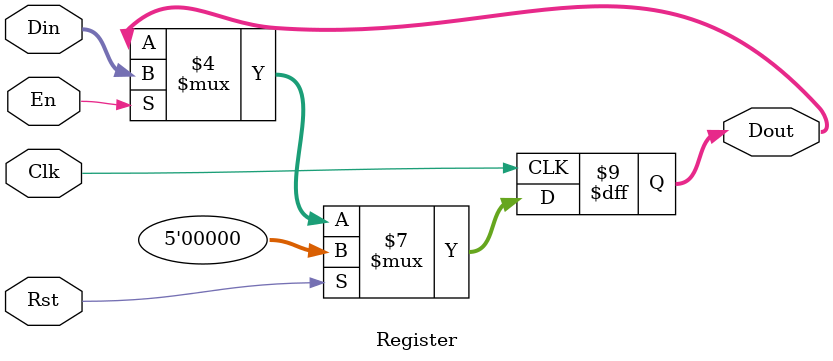
<source format=v>
`timescale 1ns / 1ps


module Register#(parameter DW = 5)
          (input Clk, Rst, En,
          input [DW-1:0] Din,
          output reg [DW-1:0]Dout);

always @( posedge Clk) 
    begin
        if (Rst) Dout <= 0;
        else begin
            if (!En) Dout <= Dout;
            else Dout <= Din;
        end       
                     
    end       
          
endmodule

</source>
